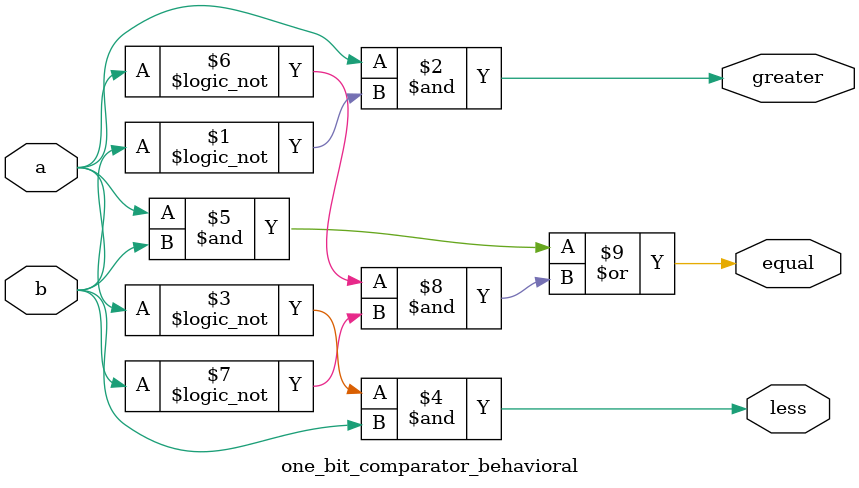
<source format=v>
module one_bit_comparator_behavioral (
    input a,
    input b,
    output greater,
    output less,
    output equal
);
    assign greater = a & !b; // TODO
    assign less = !a & b; // TODO
    assign equal = (a&b) | (!a & !b); // TODO
endmodule

</source>
